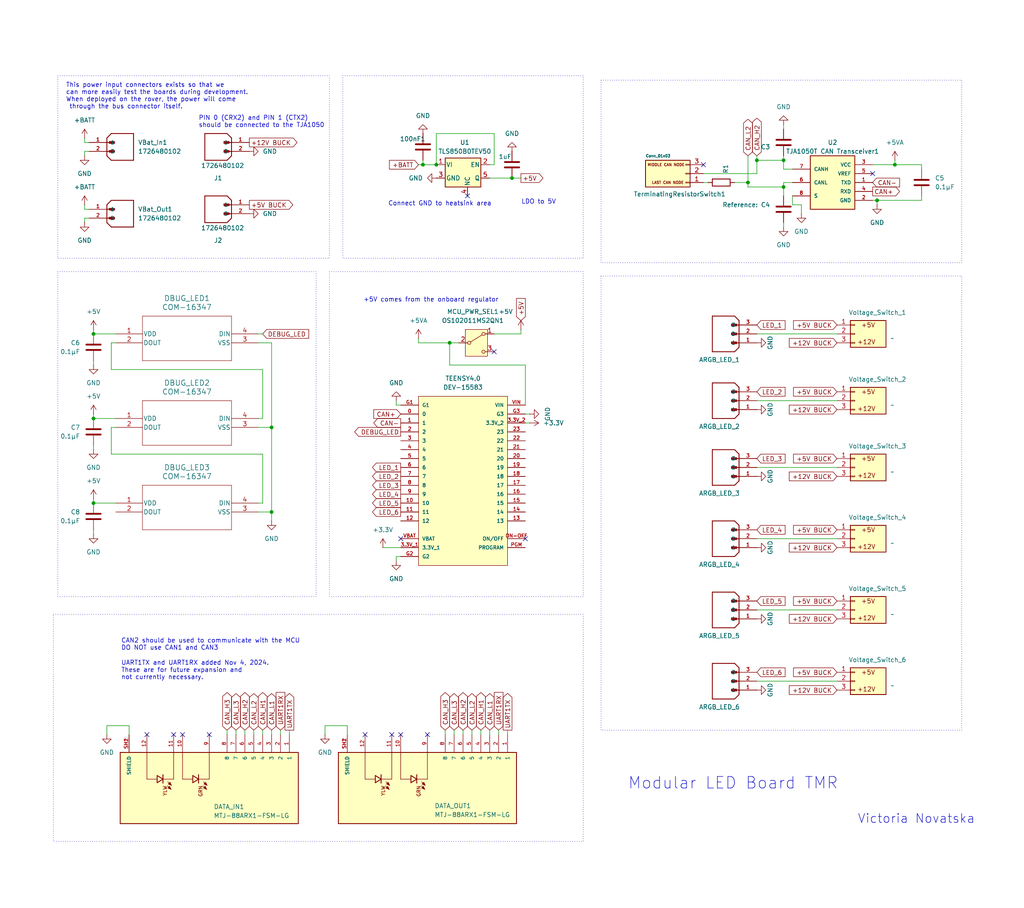
<source format=kicad_sch>
(kicad_sch (version 20231120) (generator "eeschema") (generator_version "8.0")
  (paper "User" 292.1 259.08)
  (lib_symbols
    (symbol "1726480102:1726480102" (pin_names (offset 1.016))
      (property "Reference" "J" (at 0 3.81 0))
      (property "Value" "1726480102" (at 0 -7.62 0))
      (symbol "1726480102_0_0"
        (pin passive line (at -5.08 0 0) (length 5.08) (name "1") (number "1"))
        (pin passive line (at -5.08 -2.54 0) (length 5.08) (name "2") (number "2"))
      )
    )
    (symbol "C_1" (pin_numbers hide) (pin_names (offset 0.254))
      (property "Reference" "C" (at 0.635 2.54 0))
      (property "Value" "C" (at 0.635 -2.54 0))
      (symbol "C_1_1_1"
        (pin passive line (at 0 3.81 270) (length 2.794) (name "~") (number "1"))
        (pin passive line (at 0 -3.81 90) (length 2.794) (name "~") (number "2"))
      )
    )
    (symbol "Communications:TJA1050T_CM_118" (pin_names (offset 1.016))
      (property "Reference" "U" (at 0 11.43 0))
      (property "Value" "TJA1050T_CM_118" (at 0 8.89 0))
      (symbol "TJA1050T_CM_118_0_0"
        (pin input line (at 11.43 0 180) (length 5.08) (name "TXD") (number "1"))
        (pin power_in line (at 11.43 -5.08 180) (length 5.08) (name "GND") (number "2"))
        (pin power_in line (at 11.43 5.08 180) (length 5.08) (name "VCC") (number "3"))
        (pin output line (at 11.43 -2.54 180) (length 5.08) (name "RXD") (number "4"))
        (pin output line (at 11.43 2.54 180) (length 5.08) (name "VREF") (number "5"))
        (pin bidirectional line (at -11.43 0 0) (length 5.08) (name "CANL") (number "6"))
        (pin bidirectional line (at -11.43 3.81 0) (length 5.08) (name "CANH") (number "7"))
        (pin input line (at -11.43 -3.81 0) (length 5.08) (name "S") (number "8"))
      )
    )
    (symbol "Conn_01x03_1" (pin_names (offset 1.016) hide)
      (property "Reference" "Voltage_Switch" (at 10.668 1.524 0))
      (property "Value" "12V or 5V" (at 10.668 -1.016 0))
      (symbol "Conn_01x03_1_1_1"
        (text "+12V\n" (at 3.302 -2.286 0) (effects (font (size 1.27 1.27))))
        (text "+5V\n" (at 3.81 2.54 0) (effects (font (size 1.27 1.27))))
        (pin passive line (at -5.08 2.54 0) (length 3.81) (name "Pin_1") (number "1"))
        (pin passive line (at -5.08 0 0) (length 3.81) (name "Pin_2") (number "2"))
        (pin passive line (at -5.08 -2.54 0) (length 3.81) (name "Pin_3") (number "3"))
      )
    )
    (symbol "Connector_Generic:Conn_01x03" (pin_names (offset 1.016) hide)
      (property "Reference" "TerminatingResistorSwitch" (at -11.43 5.842 0))
      (property "Value" "Conn_01x03" (at 4.318 -5.08 0))
      (symbol "Conn_01x03_1_1"
        (text "LAST CAN NODE" (at 5.08 2.54 0) (effects (font (size 0.762 0.762))))
        (text "MIDDLE CAN NODE" (at 5.588 -2.54 0) (effects (font (size 0.762 0.762))))
        (pin passive line (at -5.08 2.54 0) (length 3.81) (name "Pin_1") (number "1"))
        (pin passive line (at -5.08 0 0) (length 3.81) (name "Pin_2") (number "2"))
        (pin passive line (at -5.08 -2.54 0) (length 3.81) (name "Pin_3") (number "3"))
      )
    )
    (symbol "Device:C" (pin_numbers hide) (pin_names (offset 0.254))
      (property "Reference" "C" (at 0.635 2.54 0))
      (property "Value" "C" (at 0.635 -2.54 0))
      (symbol "C_1_1"
        (pin passive line (at 0 3.81 270) (length 2.794) (name "~") (number "1"))
        (pin passive line (at 0 -3.81 90) (length 2.794) (name "~") (number "2"))
      )
    )
    (symbol "Device:R" (pin_numbers hide) (pin_names (offset 0))
      (property "Reference" "R" (at 2.032 0 90))
      (property "Value" "R" (at 0 0 90))
      (symbol "R_1_1"
        (pin passive line (at 0 3.81 270) (length 1.27) (name "~") (number "1"))
        (pin passive line (at 0 -3.81 90) (length 1.27) (name "~") (number "2"))
      )
    )
    (symbol "JST_Connectors:B3B-XH-A(LF)(SN)" (pin_names (offset 1.016))
      (property "Reference" "J" (at 0 6.35 0))
      (property "Value" "B3B-XH-A(LF)(SN)" (at 0 -7.62 0))
      (symbol "B3B-XH-A(LF)(SN)_0_0"
        (pin passive line (at -5.08 2.54 0) (length 5.08) (name "1") (number "1"))
        (pin passive line (at -5.08 0 0) (length 5.08) (name "2") (number "2"))
        (pin passive line (at -5.08 -2.54 0) (length 5.08) (name "3") (number "3"))
      )
    )
    (symbol "Regulator_Linear:AP2127N3-1.2" (pin_names (offset 0.254))
      (property "Reference" "U3" (at 0 6.35 0))
      (property "Value" "TLS850B0TEV50" (at 0 3.81 0))
      (symbol "AP2127N3-1.2_1_1"
        (text private "https://www.infineon.com/dgdl/Infineon-TLS850B0TE%20V50-DS-v01_00-EN.pdf?fileId=5546d4625fe3678401600ce866be6d3d" (at -6.096 10.922 0) (effects (font (size 1.27 1.27))))
        (pin power_in line (at -7.62 0 0) (length 2.54) (name "VI") (number "1"))
        (pin power_out line (at 7.62 0 180) (length 2.54) (name "EN") (number "2"))
        (pin output line (at -7.62 -3.81 0) (length 2.54) (name "GND") (number "3"))
        (pin power_out line (at 1.27 -8.89 90) (length 2.54) (name "NC") (number "4"))
        (pin power_out line (at 7.62 -3.81 180) (length 2.54) (name "Q") (number "5"))
      )
    )
    (symbol "TMR-25-1-1-0 Modular Control Board Template Symbols:1726480102" (pin_names (offset 1.016))
      (property "Reference" "J" (at 0 3.81 0))
      (property "Value" "1726480102" (at 0 -7.62 0))
      (symbol "1726480102_0_0"
        (pin passive line (at -5.08 0 0) (length 5.08) (name "1") (number "1"))
        (pin passive line (at -5.08 -2.54 0) (length 5.08) (name "2") (number "2"))
      )
    )
    (symbol "TMR-25-1-1-0 Modular Control Board Template Symbols:COM-16347" (pin_names (offset 0.254))
      (property "Reference" "LED" (at 0 11.43 0))
      (property "Value" "COM-16347" (at 0 8.89 0))
      (symbol "COM-16347_0_1"
        (pin power_in line (at -20.32 1.27 0) (length 7.62) (name "VDD") (number "1"))
        (pin output line (at -20.32 -1.27 0) (length 7.62) (name "DOUT") (number "2"))
        (pin power_out line (at 20.32 -1.27 180) (length 7.62) (name "VSS") (number "3"))
        (pin input line (at 20.32 1.27 180) (length 7.62) (name "DIN") (number "4"))
      )
    )
    (symbol "TMR-25-1-1-0 Modular Control Board Template Symbols:DEV-15583" (pin_names (offset 1.016))
      (property "Reference" "U" (at -12.7 23.622 0))
      (property "Value" "DEV-15583" (at -12.7 -27.94 0))
      (symbol "DEV-15583_0_0"
        (pin bidirectional line (at -17.78 17.78 0) (length 5.08) (name "0") (number "0"))
        (pin bidirectional line (at -17.78 15.24 0) (length 5.08) (name "1") (number "1"))
        (pin bidirectional line (at -17.78 -7.62 0) (length 5.08) (name "10") (number "10"))
        (pin bidirectional line (at -17.78 -10.16 0) (length 5.08) (name "11") (number "11"))
        (pin bidirectional line (at -17.78 -12.7 0) (length 5.08) (name "12") (number "12"))
        (pin bidirectional line (at 17.78 -12.7 180) (length 5.08) (name "13") (number "13"))
        (pin bidirectional line (at 17.78 -10.16 180) (length 5.08) (name "14") (number "14"))
        (pin bidirectional line (at 17.78 -7.62 180) (length 5.08) (name "15") (number "15"))
        (pin bidirectional line (at 17.78 -5.08 180) (length 5.08) (name "16") (number "16"))
        (pin bidirectional line (at 17.78 -2.54 180) (length 5.08) (name "17") (number "17"))
        (pin bidirectional line (at 17.78 0 180) (length 5.08) (name "18") (number "18"))
        (pin bidirectional line (at 17.78 2.54 180) (length 5.08) (name "19") (number "19"))
        (pin bidirectional line (at -17.78 12.7 0) (length 5.08) (name "2") (number "2"))
        (pin bidirectional line (at 17.78 5.08 180) (length 5.08) (name "20") (number "20"))
        (pin bidirectional line (at 17.78 7.62 180) (length 5.08) (name "21") (number "21"))
        (pin bidirectional line (at 17.78 10.16 180) (length 5.08) (name "22") (number "22"))
        (pin bidirectional line (at 17.78 12.7 180) (length 5.08) (name "23") (number "23"))
        (pin bidirectional line (at -17.78 10.16 0) (length 5.08) (name "3") (number "3"))
        (pin power_in line (at -17.78 -20.32 0) (length 5.08) (name "3.3V_1") (number "3.3V_1"))
        (pin power_in line (at 17.78 15.24 180) (length 5.08) (name "3.3V_2") (number "3.3V_2"))
        (pin bidirectional line (at -17.78 7.62 0) (length 5.08) (name "4") (number "4"))
        (pin bidirectional line (at -17.78 5.08 0) (length 5.08) (name "5") (number "5"))
        (pin bidirectional line (at -17.78 2.54 0) (length 5.08) (name "6") (number "6"))
        (pin bidirectional line (at -17.78 0 0) (length 5.08) (name "7") (number "7"))
        (pin bidirectional line (at -17.78 -2.54 0) (length 5.08) (name "8") (number "8"))
        (pin bidirectional line (at -17.78 -5.08 0) (length 5.08) (name "9") (number "9"))
        (pin power_in line (at -17.78 20.32 0) (length 5.08) (name "G1") (number "G1"))
        (pin power_in line (at -17.78 -22.86 0) (length 5.08) (name "G2") (number "G2"))
        (pin power_in line (at 17.78 17.78 180) (length 5.08) (name "G3") (number "G3"))
        (pin bidirectional line (at 17.78 -17.78 180) (length 5.08) (name "ON/OFF") (number "ON-OFF"))
        (pin bidirectional line (at 17.78 -20.32 180) (length 5.08) (name "PROGRAM") (number "PGM"))
        (pin power_in line (at -17.78 -17.78 0) (length 5.08) (name "VBAT") (number "VBAT"))
        (pin power_in line (at 17.78 20.32 180) (length 5.08) (name "VIN") (number "VIN"))
      )
    )
    (symbol "TMR-25-1-1-0 Modular Control Board Template Symbols:MTJ-88ARX1-FSM-LG" (pin_names (offset 1.016))
      (property "Reference" "J" (at -10.16 26.67 0))
      (property "Value" "MTJ-88ARX1-FSM-LG" (at -10.16 -26.67 0))
      (symbol "MTJ-88ARX1-FSM-LG_0_0"
        (text "GRN" (at -0.762 -3.048 0) (effects (font (size 1.016 1.016)) (justify left top)))
        (text "YLW" (at -0.762 -13.208 0) (effects (font (size 1.016 1.016)) (justify left top)))
        (pin passive line (at -15.24 22.86 0) (length 5.08) (name "1") (number "1"))
        (pin passive line (at -15.24 -7.62 0) (length 5.08) (name "~") (number "10"))
        (pin passive line (at -15.24 -10.16 0) (length 5.08) (name "~") (number "11"))
        (pin passive line (at -15.24 -17.78 0) (length 5.08) (name "~") (number "12"))
        (pin passive line (at -15.24 20.32 0) (length 5.08) (name "2") (number "2"))
        (pin passive line (at -15.24 17.78 0) (length 5.08) (name "3") (number "3"))
        (pin passive line (at -15.24 15.24 0) (length 5.08) (name "4") (number "4"))
        (pin passive line (at -15.24 12.7 0) (length 5.08) (name "5") (number "5"))
        (pin passive line (at -15.24 10.16 0) (length 5.08) (name "6") (number "6"))
        (pin passive line (at -15.24 7.62 0) (length 5.08) (name "7") (number "7"))
        (pin passive line (at -15.24 5.08 0) (length 5.08) (name "8") (number "8"))
        (pin passive line (at -15.24 0 0) (length 5.08) (name "~") (number "9"))
        (pin passive line (at -15.24 -22.86 0) (length 5.08) (name "SHIELD") (number "SH1"))
        (pin passive line (at -15.24 -22.86 0) (length 5.08) (name "SHIELD") (number "SH2"))
      )
    )
    (symbol "TMR-25-1-1-0 Modular Control Board Template Symbols:OS102011MS2QN1" (pin_names (offset 0) hide)
      (property "Reference" "SW" (at 0 5.08 0))
      (property "Value" "OS102011MS2QN1" (at 0 -5.08 0))
      (symbol "OS102011MS2QN1_1_1"
        (pin passive line (at 5.08 2.54 180) (length 2.54) (name "A") (number "1"))
        (pin passive line (at -5.08 0 0) (length 2.54) (name "B") (number "2"))
        (pin passive line (at 5.08 -2.54 180) (length 2.54) (name "C") (number "3"))
      )
    )
    (symbol "power:+3.3V" (power) (pin_numbers hide) (pin_names (offset 0) hide)
      (property "Value" "+3.3V" (at 0 3.556 0))
      (symbol "+3.3V_1_1"
        (pin power_in line (at 0 0 90) (length 0) (name "~") (number "1"))
      )
    )
    (symbol "power:+5V" (power) (pin_numbers hide) (pin_names (offset 0) hide)
      (property "Value" "+5V" (at 0 3.556 0))
      (symbol "+5V_1_1"
        (pin power_in line (at 0 0 90) (length 0) (name "~") (number "1"))
      )
    )
    (symbol "power:+5VA" (power) (pin_numbers hide) (pin_names (offset 0) hide)
      (property "Value" "+5VA" (at 0 3.556 0))
      (symbol "+5VA_1_1"
        (pin power_in line (at 0 0 90) (length 0) (name "~") (number "1"))
      )
    )
    (symbol "power:+BATT" (power) (pin_numbers hide) (pin_names (offset 0) hide)
      (property "Value" "+BATT" (at 0 3.556 0))
      (symbol "+BATT_1_1"
        (pin power_in line (at 0 0 90) (length 0) (name "~") (number "1"))
      )
    )
    (symbol "power:GND" (power) (pin_numbers hide) (pin_names (offset 0) hide)
      (property "Value" "GND" (at 0 -3.81 0))
      (symbol "GND_1_1"
        (pin power_in line (at 0 0 270) (length 0) (name "~") (number "1"))
      )
    )
  )
  (junction (at 215.9 45.72))
  (junction (at 223.52 45.72))
  (junction (at 26.67 119.38))
  (junction (at 213.36 52.07))
  (junction (at 77.47 121.92))
  (junction (at 255.27 46.99))
  (junction (at 26.67 143.51))
  (junction (at 120.65 46.99))
  (junction (at 124.46 46.99))
  (junction (at 146.05 50.8))
  (junction (at 77.47 146.05))
  (junction (at 223.52 53.34))
  (junction (at 128.27 97.79))
  (junction (at 250.19 57.15))
  (junction (at 26.67 95.25))
  (no_connect (at 49.53 209.55))
  (no_connect (at 248.92 49.53))
  (no_connect (at 111.76 209.55))
  (no_connect (at 59.69 209.55))
  (no_connect (at 114.3 153.67))
  (no_connect (at 52.07 209.55))
  (no_connect (at 133.35 55.88))
  (no_connect (at 149.86 153.67))
  (no_connect (at 140.97 100.33))
  (no_connect (at 41.91 209.55))
  (no_connect (at 200.66 46.99))
  (no_connect (at 104.14 209.55))
  (no_connect (at 114.3 209.55))
  (no_connect (at 121.92 209.55))
  (wire (pts (xy 215.9 44.45) (xy 215.9 45.72)))
  (wire (pts (xy 262.89 57.15) (xy 250.19 57.15)))
  (wire (pts (xy 24.13 40.64) (xy 24.13 39.37)))
  (wire (pts (xy 248.92 46.99) (xy 255.27 46.99)))
  (wire (pts (xy 74.93 119.38) (xy 73.66 119.38)))
  (wire (pts (xy 132.08 208.28) (xy 132.08 209.55)))
  (wire (pts (xy 72.39 208.28) (xy 72.39 209.55)))
  (wire (pts (xy 137.16 208.28) (xy 137.16 209.55)))
  (wire (pts (xy 74.93 143.51) (xy 73.66 143.51)))
  (wire (pts (xy 262.89 46.99) (xy 255.27 46.99)))
  (wire (pts (xy 113.03 158.75) (xy 114.3 158.75)))
  (wire (pts (xy 31.75 97.79) (xy 31.75 105.41)))
  (wire (pts (xy 223.52 53.34) (xy 223.52 55.88)))
  (wire (pts (xy 144.78 208.28) (xy 144.78 209.55)))
  (wire (pts (xy 215.9 49.53) (xy 215.9 45.72)))
  (wire (pts (xy 140.97 46.99) (xy 139.7 46.99)))
  (wire (pts (xy 25.4 40.64) (xy 24.13 40.64)))
  (wire (pts (xy 77.47 121.92) (xy 77.47 146.05)))
  (wire (pts (xy 119.38 46.99) (xy 120.65 46.99)))
  (wire (pts (xy 24.13 62.23) (xy 25.4 62.23)))
  (wire (pts (xy 74.93 105.41) (xy 74.93 119.38)))
  (wire (pts (xy 250.19 58.42) (xy 250.19 57.15)))
  (wire (pts (xy 127 208.28) (xy 127 209.55)))
  (wire (pts (xy 142.24 208.28) (xy 142.24 209.55)))
  (wire (pts (xy 74.93 208.28) (xy 74.93 209.55)))
  (wire (pts (xy 30.48 209.55) (xy 30.48 207.01)))
  (wire (pts (xy 148.59 95.25) (xy 140.97 95.25)))
  (wire (pts (xy 200.66 52.07) (xy 201.93 52.07)))
  (wire (pts (xy 223.52 35.56) (xy 223.52 36.83)))
  (wire (pts (xy 228.6 58.42) (xy 228.6 60.96)))
  (wire (pts (xy 77.47 97.79) (xy 73.66 97.79)))
  (wire (pts (xy 119.38 97.79) (xy 128.27 97.79)))
  (wire (pts (xy 200.66 49.53) (xy 215.9 49.53)))
  (wire (pts (xy 238.76 114.3) (xy 215.9 114.3)))
  (wire (pts (xy 31.75 105.41) (xy 74.93 105.41)))
  (wire (pts (xy 109.22 156.21) (xy 114.3 156.21)))
  (wire (pts (xy 26.67 118.11) (xy 26.67 119.38)))
  (wire (pts (xy 223.52 52.07) (xy 226.06 52.07)))
  (wire (pts (xy 213.36 44.45) (xy 213.36 52.07)))
  (wire (pts (xy 31.75 121.92) (xy 31.75 129.54)))
  (wire (pts (xy 213.36 52.07) (xy 213.36 53.34)))
  (wire (pts (xy 99.06 207.01) (xy 99.06 209.55)))
  (wire (pts (xy 128.27 104.14) (xy 149.86 104.14)))
  (wire (pts (xy 262.89 48.26) (xy 262.89 46.99)))
  (wire (pts (xy 26.67 142.24) (xy 26.67 143.51)))
  (wire (pts (xy 26.67 151.13) (xy 26.67 152.4)))
  (wire (pts (xy 140.97 38.1) (xy 140.97 46.99)))
  (wire (pts (xy 223.52 44.45) (xy 223.52 45.72)))
  (wire (pts (xy 24.13 63.5) (xy 24.13 62.23)))
  (wire (pts (xy 24.13 43.18) (xy 25.4 43.18)))
  (wire (pts (xy 67.31 208.28) (xy 67.31 209.55)))
  (wire (pts (xy 238.76 194.31) (xy 215.9 194.31)))
  (wire (pts (xy 223.52 48.26) (xy 226.06 48.26)))
  (wire (pts (xy 33.02 121.92) (xy 31.75 121.92)))
  (wire (pts (xy 255.27 45.72) (xy 255.27 46.99)))
  (wire (pts (xy 128.27 97.79) (xy 130.81 97.79)))
  (wire (pts (xy 223.52 45.72) (xy 223.52 48.26)))
  (wire (pts (xy 215.9 45.72) (xy 223.52 45.72)))
  (wire (pts (xy 151.13 120.65) (xy 149.86 120.65)))
  (wire (pts (xy 74.93 95.25) (xy 73.66 95.25)))
  (wire (pts (xy 113.03 160.02) (xy 113.03 158.75)))
  (wire (pts (xy 36.83 207.01) (xy 36.83 209.55)))
  (wire (pts (xy 151.13 118.11) (xy 149.86 118.11)))
  (wire (pts (xy 80.01 208.28) (xy 80.01 209.55)))
  (wire (pts (xy 69.85 208.28) (xy 69.85 209.55)))
  (wire (pts (xy 148.59 50.8) (xy 146.05 50.8)))
  (wire (pts (xy 250.19 57.15) (xy 248.92 57.15)))
  (wire (pts (xy 25.4 59.69) (xy 24.13 59.69)))
  (wire (pts (xy 26.67 119.38) (xy 33.02 119.38)))
  (wire (pts (xy 223.52 52.07) (xy 223.52 53.34)))
  (wire (pts (xy 128.27 97.79) (xy 128.27 104.14)))
  (wire (pts (xy 120.65 46.99) (xy 124.46 46.99)))
  (wire (pts (xy 139.7 208.28) (xy 139.7 209.55)))
  (wire (pts (xy 213.36 53.34) (xy 223.52 53.34)))
  (wire (pts (xy 124.46 38.1) (xy 140.97 38.1)))
  (wire (pts (xy 238.76 173.99) (xy 215.9 173.99)))
  (wire (pts (xy 113.03 115.57) (xy 113.03 114.3)))
  (wire (pts (xy 24.13 44.45) (xy 24.13 43.18)))
  (wire (pts (xy 74.93 129.54) (xy 74.93 143.51)))
  (wire (pts (xy 77.47 97.79) (xy 77.47 121.92)))
  (wire (pts (xy 33.02 97.79) (xy 31.75 97.79)))
  (wire (pts (xy 226.06 58.42) (xy 228.6 58.42)))
  (wire (pts (xy 226.06 55.88) (xy 226.06 58.42)))
  (wire (pts (xy 77.47 148.59) (xy 77.47 146.05)))
  (wire (pts (xy 92.71 209.55) (xy 92.71 207.01)))
  (wire (pts (xy 149.86 104.14) (xy 149.86 115.57)))
  (wire (pts (xy 82.55 208.28) (xy 82.55 209.55)))
  (wire (pts (xy 209.55 52.07) (xy 213.36 52.07)))
  (wire (pts (xy 119.38 96.52) (xy 119.38 97.79)))
  (wire (pts (xy 26.67 143.51) (xy 33.02 143.51)))
  (wire (pts (xy 238.76 133.35) (xy 215.9 133.35)))
  (wire (pts (xy 223.52 64.77) (xy 223.52 63.5)))
  (wire (pts (xy 26.67 95.25) (xy 33.02 95.25)))
  (wire (pts (xy 73.66 146.05) (xy 77.47 146.05)))
  (wire (pts (xy 26.67 102.87) (xy 26.67 104.14)))
  (wire (pts (xy 238.76 153.67) (xy 215.9 153.67)))
  (wire (pts (xy 92.71 207.01) (xy 99.06 207.01)))
  (wire (pts (xy 134.62 208.28) (xy 134.62 209.55)))
  (wire (pts (xy 73.66 121.92) (xy 77.47 121.92)))
  (wire (pts (xy 24.13 59.69) (xy 24.13 58.42)))
  (wire (pts (xy 31.75 129.54) (xy 74.93 129.54)))
  (wire (pts (xy 262.89 55.88) (xy 262.89 57.15)))
  (wire (pts (xy 26.67 93.98) (xy 26.67 95.25)))
  (wire (pts (xy 124.46 46.99) (xy 124.46 38.1)))
  (wire (pts (xy 77.47 208.28) (xy 77.47 209.55)))
  (wire (pts (xy 238.76 95.25) (xy 215.9 95.25)))
  (wire (pts (xy 114.3 115.57) (xy 113.03 115.57)))
  (wire (pts (xy 148.59 93.98) (xy 148.59 95.25)))
  (wire (pts (xy 139.7 50.8) (xy 146.05 50.8)))
  (wire (pts (xy 120.65 46.99) (xy 120.65 45.72)))
  (wire (pts (xy 26.67 127) (xy 26.67 128.27)))
  (wire (pts (xy 129.54 208.28) (xy 129.54 209.55)))
  (wire (pts (xy 64.77 208.28) (xy 64.77 209.55)))
  (wire (pts (xy 30.48 207.01) (xy 36.83 207.01)))
  (rectangle (start 171.45 78.74) (end 274.32 208.28) (stroke (width 0) (type dot)))
  (rectangle (start 93.98 77.47) (end 166.37 170.18) (stroke (width 0) (type dot)))
  (rectangle (start 16.51 77.47) (end 90.17 170.18) (stroke (width 0) (type dot)))
  (rectangle (start 15.24 175.26) (end 166.37 240.03) (stroke (width 0) (type dot)))
  (rectangle (start 97.79 21.59) (end 166.37 73.66) (stroke (width 0) (type dot)))
  (rectangle (start 16.51 21.59) (end 93.98 73.66) (stroke (width 0) (type dot)))
  (rectangle (start 171.45 22.86) (end 274.32 74.93) (stroke (width 0) (type dot)))
  (text "+5V comes from the onboard regulator\n" (at 122.936 85.598 0) (effects (font (size 1.27 1.27))))
  (text "CAN2 should be used to communicate with the MCU\nDO NOT use CAN1 and CAN3\n" (at 34.544 183.896 0) (effects (font (size 1.27 1.27)) (justify left)))
  (text "This power input connectors exists so that we \ncan more easily test the boards during development.\nWhen deployed on the rover, the power will come\n through the bus connector itself." (at 18.796 27.432 0) (effects (font (size 1.27 1.27)) (justify left)))
  (text "Victoria Novatska" (at 244.602 233.68 0) (effects (font (size 2.54 2.54)) (justify left)))
  (text "PIN 0 (CRX2) and PIN 1 (CTX2)\nshould be connected to the TJA1050" (at 56.642 34.798 0) (effects (font (size 1.27 1.27)) (justify left)))
  (text "LDO to 5V\n" (at 153.67 57.658 0) (effects (font (size 1.27 1.27))))
  (text "Modular LED Board TMR" (at 179.07 223.52 0) (effects (font (size 3.302 3.302)) (justify left)))
  (text "Connect GND to heatsink area" (at 125.476 58.166 0) (effects (font (size 1.27 1.27))))
  (text "UART1TX and UART1RX added Nov 4, 2024.\nThese are for future expansion and\nnot currently necessary." (at 34.544 191.262 0) (effects (font (size 1.27 1.27)) (justify left)))
  (global_label "UART1TX" (shape output) (at 82.55 208.28 90) (property "Intersheetrefs" "${INTERSHEET_REFS}" (effects (hide yes))))
  (global_label "+12V BUCK" (shape input) (at 238.76 176.53 180) (property "Intersheetrefs" "${INTERSHEET_REFS}" (effects (hide yes))))
  (global_label "CAN_H2" (shape bidirectional) (at 132.08 208.28 90) (property "Intersheetrefs" "${INTERSHEET_REFS}" (effects (hide yes))))
  (global_label "LED_5" (shape input) (at 215.9 171.45 0) (property "Intersheetrefs" "${INTERSHEET_REFS}" (effects (hide yes))))
  (global_label "CAN_H3" (shape bidirectional) (at 127 208.28 90) (property "Intersheetrefs" "${INTERSHEET_REFS}" (effects (hide yes))))
  (global_label "+5V BUCK" (shape input) (at 238.76 151.13 180) (property "Intersheetrefs" "${INTERSHEET_REFS}" (effects (hide yes))))
  (global_label "+12V BUCK" (shape input) (at 238.76 135.89 180) (property "Intersheetrefs" "${INTERSHEET_REFS}" (effects (hide yes))))
  (global_label "CAN_H1" (shape bidirectional) (at 137.16 208.28 90) (property "Intersheetrefs" "${INTERSHEET_REFS}" (effects (hide yes))))
  (global_label "LED_4" (shape input) (at 215.9 151.13 0) (property "Intersheetrefs" "${INTERSHEET_REFS}" (effects (hide yes))))
  (global_label "UART1RX" (shape input) (at 142.24 208.28 90) (property "Intersheetrefs" "${INTERSHEET_REFS}" (effects (hide yes))))
  (global_label "+5V BUCK" (shape input) (at 238.76 92.71 180) (property "Intersheetrefs" "${INTERSHEET_REFS}" (effects (hide yes))))
  (global_label "CAN_L1" (shape bidirectional) (at 77.47 208.28 90) (property "Intersheetrefs" "${INTERSHEET_REFS}" (effects (hide yes))))
  (global_label "CAN_H2" (shape bidirectional) (at 215.9 44.45 90) (property "Intersheetrefs" "${INTERSHEET_REFS}" (effects (hide yes))))
  (global_label "+5V BUCK" (shape output) (at 71.12 58.42 0) (property "Intersheetrefs" "${INTERSHEET_REFS}" (effects (hide yes))))
  (global_label "+12V BUCK" (shape output) (at 71.12 40.64 0) (property "Intersheetrefs" "${INTERSHEET_REFS}" (effects (hide yes))))
  (global_label "CAN_H2" (shape bidirectional) (at 69.85 208.28 90) (property "Intersheetrefs" "${INTERSHEET_REFS}" (effects (hide yes))))
  (global_label "LED_1" (shape input) (at 215.9 92.71 0) (property "Intersheetrefs" "${INTERSHEET_REFS}" (effects (hide yes))))
  (global_label "LED_4" (shape output) (at 114.3 140.97 180) (property "Intersheetrefs" "${INTERSHEET_REFS}" (effects (hide yes))))
  (global_label "LED_6" (shape input) (at 215.9 191.77 0) (property "Intersheetrefs" "${INTERSHEET_REFS}" (effects (hide yes))))
  (global_label "+5V" (shape input) (at 148.59 91.44 90) (property "Intersheetrefs" "${INTERSHEET_REFS}" (effects (hide yes))))
  (global_label "+BATT" (shape input) (at 119.38 46.99 180) (property "Intersheetrefs" "${INTERSHEET_REFS}" (effects (hide yes))))
  (global_label "LED_3" (shape output) (at 114.3 138.43 180) (property "Intersheetrefs" "${INTERSHEET_REFS}" (effects (hide yes))))
  (global_label "+12V BUCK" (shape input) (at 238.76 116.84 180) (property "Intersheetrefs" "${INTERSHEET_REFS}" (effects (hide yes))))
  (global_label "DEBUG_LED" (shape input) (at 74.93 95.25 0) (property "Intersheetrefs" "${INTERSHEET_REFS}" (effects (hide yes))))
  (global_label "CAN_L3" (shape bidirectional) (at 67.31 208.28 90) (property "Intersheetrefs" "${INTERSHEET_REFS}" (effects (hide yes))))
  (global_label "CAN-" (shape output) (at 114.3 120.65 180) (property "Intersheetrefs" "${INTERSHEET_REFS}" (effects (hide yes))))
  (global_label "LED_5" (shape output) (at 114.3 143.51 180) (property "Intersheetrefs" "${INTERSHEET_REFS}" (effects (hide yes))))
  (global_label "LED_2" (shape output) (at 114.3 135.89 180) (property "Intersheetrefs" "${INTERSHEET_REFS}" (effects (hide yes))))
  (global_label "CAN-" (shape input) (at 248.92 52.07 0) (property "Intersheetrefs" "${INTERSHEET_REFS}" (effects (hide yes))))
  (global_label "+5V" (shape output) (at 148.59 50.8 0) (property "Intersheetrefs" "${INTERSHEET_REFS}" (effects (hide yes))))
  (global_label "CAN+" (shape input) (at 114.3 118.11 180) (property "Intersheetrefs" "${INTERSHEET_REFS}" (effects (hide yes))) (property "Note" "RX2" (effects (hide yes))))
  (global_label "LED_6" (shape output) (at 114.3 146.05 180) (property "Intersheetrefs" "${INTERSHEET_REFS}" (effects (hide yes))))
  (global_label "CAN_L2" (shape bidirectional) (at 134.62 208.28 90) (property "Intersheetrefs" "${INTERSHEET_REFS}" (effects (hide yes))))
  (global_label "+12V BUCK" (shape input) (at 238.76 97.79 180) (property "Intersheetrefs" "${INTERSHEET_REFS}" (effects (hide yes))))
  (global_label "+12V BUCK" (shape input) (at 238.76 156.21 180) (property "Intersheetrefs" "${INTERSHEET_REFS}" (effects (hide yes))))
  (global_label "+5V BUCK" (shape input) (at 238.76 171.45 180) (property "Intersheetrefs" "${INTERSHEET_REFS}" (effects (hide yes))))
  (global_label "LED_3" (shape input) (at 215.9 130.81 0) (property "Intersheetrefs" "${INTERSHEET_REFS}" (effects (hide yes))))
  (global_label "CAN_H1" (shape bidirectional) (at 74.93 208.28 90) (property "Intersheetrefs" "${INTERSHEET_REFS}" (effects (hide yes))))
  (global_label "CAN_L2" (shape bidirectional) (at 213.36 44.45 90) (property "Intersheetrefs" "${INTERSHEET_REFS}" (effects (hide yes))))
  (global_label "UART1RX" (shape input) (at 80.01 208.28 90) (property "Intersheetrefs" "${INTERSHEET_REFS}" (effects (hide yes))))
  (global_label "+5V BUCK" (shape input) (at 238.76 130.81 180) (property "Intersheetrefs" "${INTERSHEET_REFS}" (effects (hide yes))))
  (global_label "+5V BUCK" (shape input) (at 238.76 191.77 180) (property "Intersheetrefs" "${INTERSHEET_REFS}" (effects (hide yes))))
  (global_label "CAN_L3" (shape bidirectional) (at 129.54 208.28 90) (property "Intersheetrefs" "${INTERSHEET_REFS}" (effects (hide yes))))
  (global_label "LED_1" (shape output) (at 114.3 133.35 180) (property "Intersheetrefs" "${INTERSHEET_REFS}" (effects (hide yes))))
  (global_label "CAN_L1" (shape bidirectional) (at 139.7 208.28 90) (property "Intersheetrefs" "${INTERSHEET_REFS}" (effects (hide yes))))
  (global_label "UART1TX" (shape output) (at 144.78 208.28 90) (property "Intersheetrefs" "${INTERSHEET_REFS}" (effects (hide yes))))
  (global_label "CAN_L2" (shape bidirectional) (at 72.39 208.28 90) (property "Intersheetrefs" "${INTERSHEET_REFS}" (effects (hide yes))))
  (global_label "LED_2" (shape input) (at 215.9 111.76 0) (property "Intersheetrefs" "${INTERSHEET_REFS}" (effects (hide yes))))
  (global_label "DEBUG_LED" (shape output) (at 114.3 123.19 180) (property "Intersheetrefs" "${INTERSHEET_REFS}" (effects (hide yes))))
  (global_label "CAN+" (shape output) (at 248.92 54.61 0) (property "Intersheetrefs" "${INTERSHEET_REFS}" (effects (hide yes))))
  (global_label "+5V BUCK" (shape input) (at 238.76 111.76 180) (property "Intersheetrefs" "${INTERSHEET_REFS}" (effects (hide yes))))
  (global_label "CAN_H3" (shape bidirectional) (at 64.77 208.28 90) (property "Intersheetrefs" "${INTERSHEET_REFS}" (effects (hide yes))))
  (global_label "+12V BUCK" (shape input) (at 238.76 196.85 180) (property "Intersheetrefs" "${INTERSHEET_REFS}" (effects (hide yes))))
  (symbol (lib_id "power:GND") (at 113.03 114.3 180) (unit 1)
    (property "Reference" "#PWR013" (effects (hide yes)))
    (property "Value" "GND" (at 113.03 109.22 0))
    (property "Description" "Power symbol creates a global label with name \"GND\" , ground" (effects (hide yes)))
  )
  (symbol (lib_id "Device:C") (at 26.67 123.19 0) (mirror y) (unit 1)
    (property "Reference" "C7" (at 22.86 121.9199 0) (effects (justify left)))
    (property "Value" "0.1µF" (at 22.86 124.4599 0) (effects (justify left)))
    (property "Footprint" "Capacitor_SMD:C_0805_2012Metric_Pad1.18x1.45mm_HandSolder" (effects (hide yes)))
    (property "Description" "Unpolarized capacitor" (effects (hide yes)))
  )
  (symbol (lib_id "TMR-25-1-1-0 Modular Control Board Template Symbols:MTJ-88ARX1-FSM-LG") (at 121.92 224.79 270) (unit 1)
    (property "Reference" "DATA_OUT1" (at 123.952 229.87 90) (effects (justify left)))
    (property "Value" "MTJ-88ARX1-FSM-LG" (at 123.952 232.41 90) (effects (justify left)))
    (property "Footprint" "TMR-25-1-1-0 Modular Control Board Template Footprints:ADAMTECH_MTJ-88ARX1-FSM-LG" (effects (hide yes)))
    (property "MF" "Adam Tech" (effects (hide yes)))
    (property "MAXIMUM_PACKAGE_HEIGHT" "13.20mm" (effects (hide yes)))
    (property "SnapEDA_Link" "https://www.snapeda.com/parts/MTJ-88ARX1-FSM-LG/Adam+Tech/view-part/?ref=snap" (effects (hide yes)))
    (property "MP" "MTJ-88ARX1-FSM-LG" (effects (hide yes)))
    (property "Availability" "In Stock" (effects (hide yes)))
    (property "MANUFACTURER" "Adam Tech" (effects (hide yes)))
  )
  (symbol (lib_id "Device:C") (at 223.52 59.69 0) (mirror y) (unit 1)
    (property "Reference" "C4" (at 219.71 58.42 0) (show_name yes) (effects (justify left)))
    (property "Value" "30pF" (effects (hide yes)))
    (property "Footprint" "Capacitor_SMD:C_0805_2012Metric_Pad1.18x1.45mm_HandSolder" (effects (hide yes)))
    (property "Datasheet" "https://www.mouser.ca/ProductDetail/Walsin/0805N300J500CT?qs=ZrPdAQfJ6DMTGs4BH8t6Mg%3D%3D" (effects (hide yes)))
  )
  (symbol (lib_name "Conn_01x03_1") (lib_id "Connector_Generic:Conn_01x03") (at 243.84 153.67 0) (unit 1)
    (property "Reference" "Voltage_Switch_4" (at 242.062 147.574 0) (effects (justify left)))
    (property "Value" "~" (at 254 154.94 0) (effects (justify left)))
    (property "Footprint" "Connector_PinHeader_2.54mm:PinHeader_1x03_P2.54mm_Vertical" (effects (hide yes)))
  )
  (symbol (lib_id "Device:C") (at 26.67 147.32 0) (mirror y) (unit 1)
    (property "Reference" "C8" (at 22.86 146.0499 0) (effects (justify left)))
    (property "Value" "0.1µF" (at 22.86 148.5899 0) (effects (justify left)))
    (property "Footprint" "Capacitor_SMD:C_0805_2012Metric_Pad1.18x1.45mm_HandSolder" (effects (hide yes)))
    (property "Description" "Unpolarized capacitor" (effects (hide yes)))
  )
  (symbol (lib_id "power:GND") (at 26.67 128.27 0) (unit 1)
    (property "Reference" "#PWR031" (effects (hide yes)))
    (property "Value" "GND" (at 26.67 133.35 0))
    (property "Description" "Power symbol creates a global label with name \"GND\" , ground" (effects (hide yes)))
  )
  (symbol (lib_id "power:GND") (at 120.65 38.1 180) (unit 1)
    (property "Reference" "#PWR06" (effects (hide yes)))
    (property "Value" "GND" (at 120.65 33.02 0))
  )
  (symbol (lib_id "power:GND") (at 24.13 63.5 0) (unit 1)
    (property "Reference" "#PWR05" (effects (hide yes)))
    (property "Value" "GND" (at 24.13 68.58 0))
    (property "Description" "Power symbol creates a global label with name \"GND\" , ground" (effects (hide yes)))
  )
  (symbol (lib_id "power:+BATT") (at 24.13 58.42 0) (unit 1)
    (property "Reference" "#PWR04" (effects (hide yes)))
    (property "Value" "+BATT" (at 24.13 53.34 0))
    (property "Description" "Power symbol creates a global label with name \"+BATT\"" (effects (hide yes)))
  )
  (symbol (lib_id "power:GND") (at 250.19 58.42 0) (unit 1)
    (property "Reference" "#PWR019" (effects (hide yes)))
    (property "Value" "GND" (at 250.19 63.5 0))
  )
  (symbol (lib_id "power:+5V") (at 26.67 118.11 0) (unit 1)
    (property "Reference" "#PWR030" (effects (hide yes)))
    (property "Value" "+5V" (at 26.67 113.03 0))
    (property "Description" "Power symbol creates a global label with name \"+5V\"" (effects (hide yes)))
  )
  (symbol (lib_id "power:GND") (at 124.46 50.8 270) (unit 1)
    (property "Reference" "#PWR07" (effects (hide yes)))
    (property "Value" "GND" (at 120.65 50.7999 90) (effects (justify right)))
  )
  (symbol (lib_id "Regulator_Linear:AP2127N3-1.2") (at 132.08 46.99 0) (unit 1)
    (property "Reference" "U1" (at 132.588 40.64 0))
    (property "Value" "TLS850B0TEV50" (at 132.588 43.18 0))
    (property "Footprint" "Package_TO_SOT_SMD:TO-252-4" (effects (hide yes)))
  )
  (symbol (lib_id "power:GND") (at 223.52 64.77 0) (unit 1)
    (property "Reference" "#PWR016" (effects (hide yes)))
    (property "Value" "GND" (at 223.52 69.85 0))
  )
  (symbol (lib_id "TMR-25-1-1-0 Modular Control Board Template Symbols:DEV-15583") (at 132.08 135.89 0) (unit 1)
    (property "Reference" "TEENSY4.0" (at 132.08 107.95 0))
    (property "Value" "DEV-15583" (at 132.08 110.49 0))
    (property "Footprint" "TMR-25-1-1-0 Modular Control Board Template Footprints:MODULE_DEV-15583" (effects (hide yes)))
  )
  (symbol (lib_id "power:GND") (at 77.47 148.59 0) (unit 1)
    (property "Reference" "#PWR034" (effects (hide yes)))
    (property "Value" "GND" (at 77.47 153.67 0))
    (property "Description" "Power symbol creates a global label with name \"GND\" , ground" (effects (hide yes)))
  )
  (symbol (lib_name "Conn_01x03_1") (lib_id "Connector_Generic:Conn_01x03") (at 243.84 133.35 0) (unit 1)
    (property "Reference" "Voltage_Switch_3" (at 242.062 127.254 0) (effects (justify left)))
    (property "Value" "~" (at 254 134.62 0) (effects (justify left)))
    (property "Footprint" "Connector_PinHeader_2.54mm:PinHeader_1x03_P2.54mm_Vertical" (effects (hide yes)))
  )
  (symbol (lib_id "1726480102:1726480102") (at 66.04 40.64 0) (mirror y) (unit 1)
    (property "Reference" "J1" (at 62.23 50.8 0))
    (property "Value" "1726480102" (at 63.5 47.244 0))
    (property "Footprint" "1726480102:MOLEX_1726480102" (effects (hide yes)))
    (property "PARTREV" "A2" (effects (hide yes)))
    (property "STANDARD" "Manufacturer Recommendations" (effects (hide yes)))
    (property "MAXIMUM_PACKAGE_HEIGHT" "7.20mm" (effects (hide yes)))
    (property "MANUFACTURER" "Molex" (effects (hide yes)))
  )
  (symbol (lib_name "Conn_01x03_1") (lib_id "Connector_Generic:Conn_01x03") (at 243.84 194.31 0) (unit 1)
    (property "Reference" "Voltage_Switch_6" (at 242.062 188.214 0) (effects (justify left)))
    (property "Value" "~" (at 254 195.58 0) (effects (justify left)))
    (property "Footprint" "Connector_PinHeader_2.54mm:PinHeader_1x03_P2.54mm_Vertical" (effects (hide yes)))
  )
  (symbol (lib_id "power:GND") (at 215.9 135.89 90) (unit 1)
    (property "Reference" "#PWR024" (effects (hide yes)))
    (property "Value" "GND" (at 219.71 135.89 0))
  )
  (symbol (lib_id "power:GND") (at 26.67 152.4 0) (unit 1)
    (property "Reference" "#PWR033" (effects (hide yes)))
    (property "Value" "GND" (at 26.67 157.48 0))
    (property "Description" "Power symbol creates a global label with name \"GND\" , ground" (effects (hide yes)))
  )
  (symbol (lib_id "JST_Connectors:B3B-XH-A(LF)(SN)") (at 210.82 133.35 180) (unit 1)
    (property "Reference" "ARGB_LED_3" (at 211.074 140.716 0) (effects (justify left)))
    (property "Value" "B3B-XH-A(LF)(SN)" (effects (hide yes)))
    (property "Footprint" "Connector_JST:JST_XH_B3B-XH-A_1x03_P2.50mm_Vertical" (effects (hide yes)))
    (property "SNAPEDA_PN" "B3B-XH-A(LF)(SN)" (effects (hide yes)))
  )
  (symbol (lib_id "power:GND") (at 228.6 60.96 0) (unit 1)
    (property "Reference" "#PWR017" (effects (hide yes)))
    (property "Value" "GND" (at 228.6 66.04 0))
  )
  (symbol (lib_id "power:GND") (at 26.67 104.14 0) (unit 1)
    (property "Reference" "#PWR029" (effects (hide yes)))
    (property "Value" "GND" (at 26.67 109.22 0))
    (property "Description" "Power symbol creates a global label with name \"GND\" , ground" (effects (hide yes)))
  )
  (symbol (lib_id "JST_Connectors:B3B-XH-A(LF)(SN)") (at 210.82 95.25 180) (unit 1)
    (property "Reference" "ARGB_LED_1" (at 211.074 102.616 0) (effects (justify left)))
    (property "Value" "B3B-XH-A(LF)(SN)" (effects (hide yes)))
    (property "Footprint" "Connector_JST:JST_XH_B3B-XH-A_1x03_P2.50mm_Vertical" (effects (hide yes)))
    (property "SNAPEDA_PN" "B3B-XH-A(LF)(SN)" (effects (hide yes)))
  )
  (symbol (lib_id "power:+5VA") (at 255.27 45.72 0) (unit 1)
    (property "Reference" "#PWR036" (effects (hide yes)))
    (property "Value" "+5VA" (at 255.27 40.64 0))
    (property "Description" "Power symbol creates a global label with name \"+5VA\"" (effects (hide yes)))
  )
  (symbol (lib_id "power:GND") (at 92.71 209.55 0) (unit 1)
    (property "Reference" "#PWR010" (effects (hide yes)))
    (property "Value" "GND" (at 92.71 214.63 0))
    (property "Description" "Power symbol creates a global label with name \"GND\" , ground" (effects (hide yes)))
  )
  (symbol (lib_id "JST_Connectors:B3B-XH-A(LF)(SN)") (at 210.82 194.31 180) (unit 1)
    (property "Reference" "ARGB_LED_6" (at 211.074 201.676 0) (effects (justify left)))
    (property "Value" "B3B-XH-A(LF)(SN)" (effects (hide yes)))
    (property "Footprint" "Connector_JST:JST_XH_B3B-XH-A_1x03_P2.50mm_Vertical" (effects (hide yes)))
    (property "SNAPEDA_PN" "B3B-XH-A(LF)(SN)" (effects (hide yes)))
  )
  (symbol (lib_id "Device:C") (at 26.67 99.06 0) (mirror y) (unit 1)
    (property "Reference" "C6" (at 22.86 97.7899 0) (effects (justify left)))
    (property "Value" "0.1µF" (at 22.86 100.3299 0) (effects (justify left)))
    (property "Footprint" "Capacitor_SMD:C_0805_2012Metric_Pad1.18x1.45mm_HandSolder" (effects (hide yes)))
    (property "Description" "Unpolarized capacitor" (effects (hide yes)))
  )
  (symbol (lib_name "Conn_01x03_1") (lib_id "Connector_Generic:Conn_01x03") (at 243.84 95.25 0) (unit 1)
    (property "Reference" "Voltage_Switch_1" (at 242.062 89.154 0) (effects (justify left)))
    (property "Value" "~" (at 254 96.52 0) (effects (justify left)))
    (property "Footprint" "Connector_PinHeader_2.54mm:PinHeader_1x03_P2.54mm_Vertical" (effects (hide yes)))
  )
  (symbol (lib_name "Conn_01x03_1") (lib_id "Connector_Generic:Conn_01x03") (at 243.84 114.3 0) (unit 1)
    (property "Reference" "Voltage_Switch_2" (at 242.062 108.204 0) (effects (justify left)))
    (property "Value" "~" (at 254 115.57 0) (effects (justify left)))
    (property "Footprint" "Connector_PinHeader_2.54mm:PinHeader_1x03_P2.54mm_Vertical" (effects (hide yes)))
  )
  (symbol (lib_id "JST_Connectors:B3B-XH-A(LF)(SN)") (at 210.82 173.99 180) (unit 1)
    (property "Reference" "ARGB_LED_5" (at 211.074 181.356 0) (effects (justify left)))
    (property "Value" "B3B-XH-A(LF)(SN)" (effects (hide yes)))
    (property "Footprint" "Connector_JST:JST_XH_B3B-XH-A_1x03_P2.50mm_Vertical" (effects (hide yes)))
    (property "SNAPEDA_PN" "B3B-XH-A(LF)(SN)" (effects (hide yes)))
  )
  (symbol (lib_id "power:+BATT") (at 24.13 39.37 0) (unit 1)
    (property "Reference" "#PWR02" (effects (hide yes)))
    (property "Value" "+BATT" (at 24.13 34.29 0))
    (property "Description" "Power symbol creates a global label with name \"+BATT\"" (effects (hide yes)))
  )
  (symbol (lib_id "TMR-25-1-1-0 Modular Control Board Template Symbols:COM-16347") (at 53.34 144.78 0) (unit 1)
    (property "Reference" "DBUG_LED3" (at 53.34 133.35 0) (effects (font (size 1.524 1.524))))
    (property "Value" "COM-16347" (at 53.34 135.89 0) (effects (font (size 1.524 1.524))))
    (property "Footprint" "TMR-25-1-1-0 Modular Control Board Template Footprints:COM-16347_SPK-M" (effects (hide yes)))
  )
  (symbol (lib_id "power:GND") (at 215.9 176.53 90) (unit 1)
    (property "Reference" "#PWR026" (effects (hide yes)))
    (property "Value" "GND" (at 219.71 176.53 0))
  )
  (symbol (lib_id "power:GND") (at 146.05 43.18 180) (unit 1)
    (property "Reference" "#PWR08" (effects (hide yes)))
    (property "Value" "GND" (at 146.05 38.1 0))
  )
  (symbol (lib_id "power:+5V") (at 148.59 93.98 0) (unit 1)
    (property "Reference" "#PWR021" (effects (hide yes)))
    (property "Value" "+5V" (at 144.272 88.9 0))
    (property "Description" "Power symbol creates a global label with name \"+5V\"" (effects (hide yes)))
  )
  (symbol (lib_id "power:GND") (at 113.03 160.02 0) (unit 1)
    (property "Reference" "#PWR014" (effects (hide yes)))
    (property "Value" "GND" (at 113.03 165.1 0))
    (property "Description" "Power symbol creates a global label with name \"GND\" , ground" (effects (hide yes)))
  )
  (symbol (lib_id "Connector_Generic:Conn_01x03") (at 195.58 49.53 180) (unit 1)
    (property "Reference" "TerminatingResistorSwitch1" (at 207.01 55.372 0) (effects (justify left)))
    (property "Value" "Conn_01x03" (at 191.262 44.45 0) (effects (font (size 0.762 0.762)) (justify left)))
    (property "Footprint" "Connector_PinHeader_2.54mm:PinHeader_1x03_P2.54mm_Vertical" (effects (hide yes)))
  )
  (symbol (lib_id "power:GND") (at 215.9 97.79 90) (unit 1)
    (property "Reference" "#PWR022" (effects (hide yes)))
    (property "Value" "GND" (at 219.71 97.79 0))
  )
  (symbol (lib_name "C_1") (lib_id "Device:C") (at 223.52 40.64 180) (unit 1)
    (property "Reference" "C3" (at 219.71 41.91 0) (effects (justify left)))
    (property "Value" "30pF_1" (effects (hide yes)))
    (property "Footprint" "Capacitor_SMD:C_0805_2012Metric_Pad1.18x1.45mm_HandSolder" (effects (hide yes)))
    (property "Datasheet" "https://www.mouser.ca/ProductDetail/Walsin/0805N300J500CT?qs=ZrPdAQfJ6DMTGs4BH8t6Mg%3D%3D" (effects (hide yes)))
  )
  (symbol (lib_id "power:GND") (at 215.9 116.84 90) (unit 1)
    (property "Reference" "#PWR023" (effects (hide yes)))
    (property "Value" "GND" (at 219.71 116.84 0))
  )
  (symbol (lib_id "TMR-25-1-1-0 Modular Control Board Template Symbols:COM-16347") (at 53.34 120.65 0) (unit 1)
    (property "Reference" "DBUG_LED2" (at 53.34 109.22 0) (effects (font (size 1.524 1.524))))
    (property "Value" "COM-16347" (at 53.34 111.76 0) (effects (font (size 1.524 1.524))))
    (property "Footprint" "TMR-25-1-1-0 Modular Control Board Template Footprints:COM-16347_SPK-M" (effects (hide yes)))
  )
  (symbol (lib_id "power:+5V") (at 26.67 93.98 0) (unit 1)
    (property "Reference" "#PWR028" (effects (hide yes)))
    (property "Value" "+5V" (at 26.67 88.9 0))
    (property "Description" "Power symbol creates a global label with name \"+5V\"" (effects (hide yes)))
  )
  (symbol (lib_id "power:+5V") (at 26.67 142.24 0) (unit 1)
    (property "Reference" "#PWR032" (effects (hide yes)))
    (property "Value" "+5V" (at 26.67 137.16 0))
    (property "Description" "Power symbol creates a global label with name \"+5V\"" (effects (hide yes)))
  )
  (symbol (lib_id "power:+3.3V") (at 109.22 156.21 0) (unit 1)
    (property "Reference" "#PWR012" (effects (hide yes)))
    (property "Value" "+3.3V" (at 109.22 151.13 0))
    (property "Description" "Power symbol creates a global label with name \"+3.3V\"" (effects (hide yes)))
  )
  (symbol (lib_id "power:GND") (at 71.12 60.96 90) (unit 1)
    (property "Reference" "#PWR011" (effects (hide yes)))
    (property "Value" "GND" (at 74.93 60.9599 90) (effects (justify right)))
  )
  (symbol (lib_id "TMR-25-1-1-0 Modular Control Board Template Symbols:OS102011MS2QN1") (at 135.89 97.79 0) (unit 1)
    (property "Reference" "MCU_PWR_SEL1" (at 134.874 88.9 0))
    (property "Value" "OS102011MS2QN1" (at 134.874 91.44 0))
    (property "Footprint" "TMR-25-1-1-0 Modular Control Board Template Footprints:OS102011MS2QN1" (effects (hide yes)))
    (property "Description" "Switch, single pole double throw" (effects (hide yes)))
  )
  (symbol (lib_id "TMR-25-1-1-0 Modular Control Board Template Symbols:1726480102") (at 30.48 40.64 0) (unit 1)
    (property "Reference" "VBat_In1" (at 39.37 40.6399 0) (effects (justify left)))
    (property "Value" "1726480102" (at 39.37 43.1799 0) (effects (justify left)))
    (property "Footprint" "TMR-25-1-1-0 Modular Control Board Template Footprints:MOLEX_1726480102" (effects (hide yes)))
  )
  (symbol (lib_id "power:+3.3V") (at 151.13 120.65 270) (unit 1)
    (property "Reference" "#PWR020" (effects (hide yes)))
    (property "Value" "+3.3V" (at 154.94 120.6499 90) (effects (justify left)))
    (property "Description" "Power symbol creates a global label with name \"+3.3V\"" (effects (hide yes)))
  )
  (symbol (lib_id "Communications:TJA1050T_CM_118") (at 237.49 52.07 0) (unit 1)
    (property "Reference" "U2" (at 237.49 40.64 0))
    (property "Value" "TJA1050T CAN Transceiver1" (at 237.49 43.18 0))
    (property "Footprint" "TJA1050:SOT96-1" (effects (hide yes)))
    (property "Datasheet" "https://mouser.ca/datasheet/2/302/TJA1050-3083416.pdf" (effects (hide yes)))
  )
  (symbol (lib_id "power:+5VA") (at 119.38 96.52 0) (unit 1)
    (property "Reference" "#PWR035" (effects (hide yes)))
    (property "Value" "+5VA" (at 119.38 91.44 0))
    (property "Description" "Power symbol creates a global label with name \"+5VA\"" (effects (hide yes)))
  )
  (symbol (lib_id "Device:C") (at 146.05 46.99 0) (mirror x) (unit 1)
    (property "Reference" "C2" (effects (hide yes)))
    (property "Value" "1uF" (at 142.24 44.704 0) (effects (justify left)))
    (property "Footprint" "Capacitor_SMD:C_0805_2012Metric_Pad1.18x1.45mm_HandSolder" (effects (hide yes)))
    (property "Datasheet" "https://www.mouser.ca/ProductDetail/Walsin/0805N300J500CT?qs=ZrPdAQfJ6DMTGs4BH8t6Mg%3D%3D" (effects (hide yes)))
  )
  (symbol (lib_id "JST_Connectors:B3B-XH-A(LF)(SN)") (at 210.82 114.3 180) (unit 1)
    (property "Reference" "ARGB_LED_2" (at 211.074 121.666 0) (effects (justify left)))
    (property "Value" "B3B-XH-A(LF)(SN)" (effects (hide yes)))
    (property "Footprint" "Connector_JST:JST_XH_B3B-XH-A_1x03_P2.50mm_Vertical" (effects (hide yes)))
    (property "SNAPEDA_PN" "B3B-XH-A(LF)(SN)" (effects (hide yes)))
  )
  (symbol (lib_id "power:GND") (at 30.48 209.55 0) (unit 1)
    (property "Reference" "#PWR01" (effects (hide yes)))
    (property "Value" "GND" (at 30.48 214.63 0))
    (property "Description" "Power symbol creates a global label with name \"GND\" , ground" (effects (hide yes)))
  )
  (symbol (lib_id "power:GND") (at 71.12 43.18 90) (unit 1)
    (property "Reference" "#PWR09" (effects (hide yes)))
    (property "Value" "GND" (at 74.93 43.1799 90) (effects (justify right)))
  )
  (symbol (lib_id "power:GND") (at 151.13 118.11 90) (unit 1)
    (property "Reference" "#PWR018" (effects (hide yes)))
    (property "Value" "GND" (at 156.21 118.11 0))
    (property "Description" "Power symbol creates a global label with name \"GND\" , ground" (effects (hide yes)))
  )
  (symbol (lib_name "Conn_01x03_1") (lib_id "Connector_Generic:Conn_01x03") (at 243.84 173.99 0) (unit 1)
    (property "Reference" "Voltage_Switch_5" (at 242.062 167.894 0) (effects (justify left)))
    (property "Value" "~" (at 254 175.26 0) (effects (justify left)))
    (property "Footprint" "Connector_PinHeader_2.54mm:PinHeader_1x03_P2.54mm_Vertical" (effects (hide yes)))
  )
  (symbol (lib_id "Device:R") (at 205.74 52.07 270) (mirror x) (unit 1)
    (property "Reference" "R1" (at 207.01 49.53 0) (effects (justify left)))
    (property "Value" "120Ω" (effects (hide yes)))
    (property "Footprint" "Resistor_SMD:R_0805_2012Metric_Pad1.20x1.40mm_HandSolder" (effects (hide yes)))
    (property "Datasheet" "https://www.mouser.ca/ProductDetail/YAGEO/RC0805JR-07120RL?qs=sGAEpiMZZMtlubZbdhIBIG3ZrDSrXWYpw3jmc%2FAghSQ%3D" (effects (hide yes)))
  )
  (symbol (lib_id "power:GND") (at 223.52 35.56 180) (unit 1)
    (property "Reference" "#PWR015" (effects (hide yes)))
    (property "Value" "GND" (at 223.52 30.48 0))
  )
  (symbol (lib_id "Device:C") (at 262.89 52.07 0) (unit 1)
    (property "Reference" "C5" (at 266.7 50.7999 0) (effects (justify left)))
    (property "Value" "0.1µF" (at 266.7 53.3399 0) (effects (justify left)))
    (property "Footprint" "Capacitor_SMD:C_0805_2012Metric_Pad1.18x1.45mm_HandSolder" (effects (hide yes)))
    (property "Datasheet" "https://www.mouser.ca/ProductDetail/Samsung-Electro-Mechanics/CL21B104KCFSFNG?qs=sGAEpiMZZMsh%252B1woXyUXj%252BV5GOLijFH8ZVweG2Spo6I%3D" (effects (hide yes)))
  )
  (symbol (lib_id "TMR-25-1-1-0 Modular Control Board Template Symbols:COM-16347") (at 53.34 96.52 0) (unit 1)
    (property "Reference" "DBUG_LED1" (at 53.34 85.09 0) (effects (font (size 1.524 1.524))))
    (property "Value" "COM-16347" (at 53.34 87.63 0) (effects (font (size 1.524 1.524))))
    (property "Footprint" "TMR-25-1-1-0 Modular Control Board Template Footprints:COM-16347_SPK-M" (effects (hide yes)))
  )
  (symbol (lib_id "1726480102:1726480102") (at 66.04 58.42 0) (mirror y) (unit 1)
    (property "Reference" "J2" (at 62.23 68.58 0))
    (property "Value" "1726480102" (at 63.5 65.024 0))
    (property "Footprint" "1726480102:MOLEX_1726480102" (effects (hide yes)))
    (property "PARTREV" "A2" (effects (hide yes)))
    (property "STANDARD" "Manufacturer Recommendations" (effects (hide yes)))
    (property "MAXIMUM_PACKAGE_HEIGHT" "7.20mm" (effects (hide yes)))
    (property "MANUFACTURER" "Molex" (effects (hide yes)))
  )
  (symbol (lib_id "Device:C") (at 120.65 41.91 0) (mirror x) (unit 1)
    (property "Reference" "C1" (effects (hide yes)))
    (property "Value" "100nF1" (at 114.046 39.624 0) (effects (justify left)))
    (property "Footprint" "Capacitor_SMD:C_0805_2012Metric_Pad1.18x1.45mm_HandSolder" (effects (hide yes)))
    (property "Datasheet" "https://www.mouser.ca/ProductDetail/Walsin/0805N300J500CT?qs=ZrPdAQfJ6DMTGs4BH8t6Mg%3D%3D" (effects (hide yes)))
  )
  (symbol (lib_id "power:GND") (at 215.9 196.85 90) (unit 1)
    (property "Reference" "#PWR027" (effects (hide yes)))
    (property "Value" "GND" (at 219.71 196.85 0))
  )
  (symbol (lib_id "TMR-25-1-1-0 Modular Control Board Template Symbols:MTJ-88ARX1-FSM-LG") (at 59.69 224.79 270) (unit 1)
    (property "Reference" "DATA_IN1" (at 60.96 230.124 90) (effects (justify left)))
    (property "Value" "MTJ-88ARX1-FSM-LG" (at 60.96 232.664 90) (effects (justify left)))
    (property "Footprint" "TMR-25-1-1-0 Modular Control Board Template Footprints:ADAMTECH_MTJ-88ARX1-FSM-LG" (effects (hide yes)))
    (property "MF" "Adam Tech" (effects (hide yes)))
    (property "MAXIMUM_PACKAGE_HEIGHT" "13.20mm" (effects (hide yes)))
    (property "SnapEDA_Link" "https://www.snapeda.com/parts/MTJ-88ARX1-FSM-LG/Adam+Tech/view-part/?ref=snap" (effects (hide yes)))
    (property "MP" "MTJ-88ARX1-FSM-LG" (effects (hide yes)))
    (property "Availability" "In Stock" (effects (hide yes)))
    (property "MANUFACTURER" "Adam Tech" (effects (hide yes)))
  )
  (symbol (lib_id "TMR-25-1-1-0 Modular Control Board Template Symbols:1726480102") (at 30.48 59.69 0) (unit 1)
    (property "Reference" "VBat_Out1" (at 39.37 59.6899 0) (effects (justify left)))
    (property "Value" "1726480102" (at 39.37 62.2299 0) (effects (justify left)))
    (property "Footprint" "TMR-25-1-1-0 Modular Control Board Template Footprints:MOLEX_1726480102" (effects (hide yes)))
  )
  (symbol (lib_id "power:GND") (at 24.13 44.45 0) (unit 1)
    (property "Reference" "#PWR03" (effects (hide yes)))
    (property "Value" "GND" (at 24.13 49.53 0))
    (property "Description" "Power symbol creates a global label with name \"GND\" , ground" (effects (hide yes)))
  )
  (symbol (lib_id "power:GND") (at 215.9 156.21 90) (unit 1)
    (property "Reference" "#PWR025" (effects (hide yes)))
    (property "Value" "GND" (at 219.71 156.21 0))
  )
  (symbol (lib_id "JST_Connectors:B3B-XH-A(LF)(SN)") (at 210.82 153.67 180) (unit 1)
    (property "Reference" "ARGB_LED_4" (at 211.074 161.036 0) (effects (justify left)))
    (property "Value" "B3B-XH-A(LF)(SN)" (effects (hide yes)))
    (property "Footprint" "Connector_JST:JST_XH_B3B-XH-A_1x03_P2.50mm_Vertical" (effects (hide yes)))
    (property "SNAPEDA_PN" "B3B-XH-A(LF)(SN)" (effects (hide yes)))
  )
)
</source>
